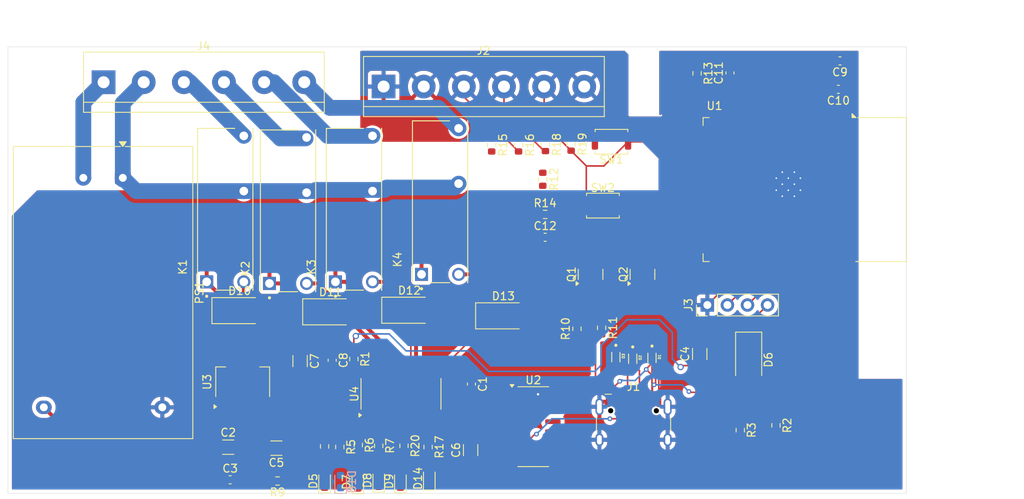
<source format=kicad_pcb>
(kicad_pcb (version 20241229) (generator "pcbnew") (generator_version "9.0")
  (layers (0 "F.Cu" signal) (2 "B.Cu" signal) (13 "F.Paste" user) (15 "B.Paste" user) (5 "F.SilkS" user "F.Silkscreen") (7 "B.SilkS" user "B.Silkscreen") (1 "F.Mask" user) (3 "B.Mask" user) (25 "Edge.Cuts" user))
  (net 0 "")
  (net 1 "RELAY_5V")
  (net 2 "EXTRA{slash}IO17")
  (net 3 "+5V")
  (net 4 "Net-(U3-VI)")
  (net 5 "Net-(U2-V3)")
  (net 6 "+3V3")
  (net 7 "ESP_3V3")
  (net 8 "Net-(C11-Pad1)")
  (net 9 "Net-(C12-Pad1)")
  (net 10 "VBUS")
  (net 11 "D+")
  (net 12 "D-")
  (net 13 "Net-(D5-A)")
  (net 14 "Net-(D7-A)")
  (net 15 "RELAY_2")
  (net 16 "Net-(D8-A)")
  (net 17 "RELAY_3")
  (net 18 "RELAY_4")
  (net 19 "Net-(D9-A)")
  (net 20 "RELAY_5")
  (net 21 "RELAY_1")
  (net 22 "Net-(D14-A)")
  (net 23 "Net-(D18-A)")
  (net 24 "Net-(J1-CC2)")
  (net 25 "Net-(J1-CC1)")
  (net 28 "SCL")
  (net 29 "SDA")
  (net 30 "Net-(J4-Pin_6)")
  (net 31 "Net-(J4-Pin_4)")
  (net 32 "Net-(J4-Pin_3)")
  (net 33 "N")
  (net 34 "P")
  (net 35 "Net-(J4-Pin_5)")
  (net 36 "Net-(Q1-B)")
  (net 37 "RTS")
  (net 38 "EN")
  (net 39 "Net-(Q2-B)")
  (net 40 "1OO")
  (net 41 "DTR")
  (net 42 "LED{slash}IO2")
  (net 43 "RXD")
  (net 44 "SIG_3{slash}I019")
  (net 47 "SIG_7{slash}I023")
  (net 49 "SWITCH_3{slash}IO27")
  (net 56 "SIG_4{slash}I018")
  (net 60 "TXD")
  (net 66 "SWITCH_4{slash}IO14")
  (net 67 "SIG_1{slash}I025")
  (net 68 "SWITCH_2{slash}IO12")
  (net 72 "+3.3V")
  (footprint "Diode_SMD:D_SMA" (layer "F.Cu") (at 70.1228 98.2472)
    (property "Reference" "D10")
    (property "Value" "SS14")
  )
  (footprint "Resistor_SMD:R_0603_1608Metric" (layer "F.Cu") (at 84.582 104.3818 -90)
    (property "Reference" "R1")
    (property "Value" "0E")
  )
  (footprint "Resistor_SMD:R_0603_1608Metric" (layer "F.Cu") (at 112.8268 100.5454 90)
    (property "Reference" "R10")
    (property "Value" "10K")
  )
  (footprint "TerminalBlock:TerminalBlock_bornier-6_P5.08mm" (layer "F.Cu") (at 52.9 69.3)
    (property "Reference" "J4")
    (property "Value" "Screw_Terminal_01x06")
  )
  (footprint "Resistor_SMD:R_0603_1608Metric" (layer "F.Cu") (at 115.95 100.425 -90)
    (property "Reference" "R11")
    (property "Value" "10K")
  )
  (footprint "Capacitor_SMD:C_0603_1608Metric" (layer "F.Cu") (at 146.125 66.6 180)
    (property "Reference" "C9")
    (property "Value" "0.1uF")
  )
  (footprint "Package_TO_SOT_SMD:SOT-23" (layer "F.Cu") (at 114.5488 93.6521 90)
    (property "Reference" "Q1")
    (property "Value" "SS8050")
  )
  (footprint "LED_SMD:LED_0603_1608Metric" (layer "F.Cu") (at 90.4748 119.8627 90)
    (property "Reference" "D9")
    (property "Value" "LED")
  )
  (footprint "Capacitor_SMD:C_0603_1608Metric" (layer "F.Cu") (at 108.8 88.95)
    (property "Reference" "C12")
    (property "Value" "0.1uF")
  )
  (footprint "Resistor_SMD:R_0603_1608Metric" (layer "F.Cu") (at 108.8392 77.202 -90)
    (property "Reference" "R18")
    (property "Value" "10K")
  )
  (footprint "Diode_SMD:D_SMA" (layer "F.Cu") (at 134.5692 104.4768 -90)
    (property "Reference" "D6")
    (property "Value" "SS14")
  )
  (footprint "Resistor_SMD:R_0603_1608Metric" (layer "F.Cu") (at 85.1408 115.2774 -90)
    (property "Reference" "R6")
    (property "Value" "2K2")
  )
  (footprint "Capacitor_SMD:C_1206_3216Metric" (layer "F.Cu") (at 128.3716 103.7354 90)
    (property "Reference" "C4")
    (property "Value" "10uF/25V")
  )
  (footprint "Connector_USB:USB_C_Receptacle_HCTL_HC-TYPE-C-16P-01A" (layer "F.Cu") (at 119.9896 113.538)
    (property "Reference" "J1")
    (property "Value" "USB_C_Receptacle_USB2.0_16P")
  )
  (footprint "Resistor_SMD:R_0603_1608Metric" (layer "F.Cu") (at 74.9178 119.8372 180)
    (property "Reference" "R9")
    (property "Value" "OE")
  )
  (footprint "Resistor_SMD:R_0603_1608Metric" (layer "F.Cu") (at 93.98 115.5314 -90)
    (property "Reference" "R17")
    (property "Value" "2K2")
  )
  (footprint "Resistor_SMD:R_0603_1608Metric" (layer "F.Cu") (at 108.8008 86.0544)
    (property "Reference" "R14")
    (property "Value" "10K")
  )
  (footprint "Capacitor_SMD:C_1206_3216Metric" (layer "F.Cu") (at 77.7748 104.6462 -90)
    (property "Reference" "C7")
    (property "Value" "10uF")
  )
  (footprint "LED_SMD:LED_0603_1608Metric" (layer "F.Cu") (at 80.8736 119.8627 90)
    (property "Reference" "D5")
    (property "Value" "LED")
  )
  (footprint "H:RELAY_HF46F_005-HS1" (layer "F.Cu") (at 68.3 85.4 90)
    (property "Reference" "K1")
    (property "Value" "HF46F_005-HS1")
  )
  (footprint "LES:TVS_LESD5D5.0CT1G" (layer "F.Cu") (at 119.888 104.3436 -90)
    (property "Reference" "D2")
    (property "Value" "LESD5D5.0CT1G" (hide yes))
  )
  (footprint "TerminalBlock:TerminalBlock_bornier-6_P5.08mm" (layer "F.Cu") (at 88.35 69.85)
    (property "Reference" "J2")
    (property "Value" "Screw_Terminal_01x06")
  )
  (footprint "Capacitor_SMD:C_1206_3216Metric" (layer "F.Cu") (at 68.675 115.55)
    (property "Reference" "C2")
    (property "Value" "10uF")
  )
  (footprint "Package_TO_SOT_SMD:SOT-223-3_TabPin2" (layer "F.Cu") (at 70.5104 107.2896 90)
    (property "Reference" "U3")
    (property "Value" "AMS1117-3.3")
  )
  (footprint "Button_Switch_SMD:SW_Push_SPST_NO_Alps_SKRK" (layer "F.Cu") (at 117.2 76.85 180)
    (property "Reference" "SW1")
    (property "Value" "SW_Push")
  )
  (footprint "Package_SO:SOIC-16_3.9x9.9mm_P1.27mm" (layer "F.Cu") (at 90.551 108.7994 90)
    (property "Reference" "U4")
    (property "Value" "ULN2003A")
  )
  (footprint "Resistor_SMD:R_0603_1608Metric" (layer "F.Cu") (at 80.8736 115.4562 -90)
    (property "Reference" "R4" (hide yes))
    (property "Value" "2K2")
  )
  (footprint "Capacitor_SMD:C_0603_1608Metric" (layer "F.Cu") (at 132.2 68.125 90)
    (property "Reference" "C11")
    (property "Value" "0.1uF")
  )
  (footprint "LED_SMD:LED_0603_1608Metric" (layer "F.Cu") (at 85.09 119.9643 90)
    (property "Reference" "D7")
    (property "Value" "LED")
  )
  (footprint "LES:TVS_LESD5D5.0CT1G" (layer "F.Cu") (at 122.3264 104.242 -90)
    (property "Reference" "D1")
    (property "Value" "LESD5D5.0CT1G" (hide yes))
  )
  (footprint "RF_Module:ESP32-WROOM-32" (layer "F.Cu") (at 138.6782 82.9056 -90)
    (property "Reference" "U1")
    (property "Value" "ESP32-WROOM-32")
  )
  (footprint "Resistor_SMD:R_0603_1608Metric" (layer "F.Cu") (at 87.7316 115.379 -90)
    (property "Reference" "R7")
    (property "Value" "2K2")
  )
  (footprint "Diode_SMD:D_SMA" (layer "F.Cu") (at 81.6168 98.3996)
    (property "Reference" "D11")
    (property "Value" "SS14")
  )
  (footprint "Package_SO:SOIC-16_3.9x9.9mm_P1.27mm" (layer "F.Cu") (at 107.3038 112.9538)
    (property "Reference" "U2")
    (property "Value" "CH340C")
  )
  (footprint "Resistor_SMD:R_0603_1608Metric" (layer "F.Cu") (at 112.0904 77.1512 -90)
    (property "Reference" "R19")
    (property "Value" "10K")
  )
  (footprint "Capacitor_SMD:C_0603_1608Metric" (layer "F.Cu") (at 81.8388 104.5334 -90)
    (property "Reference" "C8")
    (property "Value" "0.1uF")
  )
  (footprint "Converter_ACDC:Converter_ACDC_Hi-Link_HLK-PMxx" (layer "F.Cu") (at 55.332 81.4197 -90)
    (property "Reference" "PS1")
    (property "Value" "HLK-PM01")
  )
  (footprint "Resistor_SMD:R_0603_1608Metric" (layer "F.Cu") (at 138.0236 112.7882 -90)
    (property "Reference" "R2")
    (property "Value" "5.1K")
  )
  (footprint "Diode_SMD:D_SMA" (layer "F.Cu") (at 103.5116 98.9076)
    (property "Reference" "D13")
    (property "Value" "SS14")
  )
  (footprint "Capacitor_SMD:C_1206_3216Metric" (layer "F.Cu") (at 74.775 115.6716 180)
    (property "Reference" "C5")
    (property "Value" "10uF")
  )
  (footprint "Button_Switch_SMD:SW_Push_SPST_NO_Alps_SKRK" (layer "F.Cu") (at 116.1116 84.9376)
    (property "Reference" "SW2")
    (property "Value" "SW_Push")
  )
  (footprint "LED_SMD:LED_0603_1608Metric" (layer "F.Cu") (at 87.7316 119.7611 90)
    (property "Reference" "D8")
    (property "Value" "LED")
  )
  (footprint "Resistor_SMD:R_0603_1608Metric" (layer "F.Cu") (at 82.804 115.5314 -90)
    (property "Reference" "R5")
    (property "Value" "2K2" (hide yes))
  )
  (footprint "LES:TVS_LESD5D5.0CT1G" (layer "F.Cu") (at 117.7544 104.1404 -90)
    (property "Reference" "D3")
    (property "Value" "LESD5D5.0CT1G" (hide yes))
  )
  (footprint "H:RELAY_HF46F_005-HS1" (layer "F.Cu") (at 95.5 84.45 90)
    (property "Reference" "K4")
    (property "Value" "HF46F_005-HS1")
  )
  (footprint "Resistor_SMD:R_0603_1608Metric" (layer "F.Cu") (at 102.032 77.2528 -90)
    (property "Reference" "R15")
    (property "Value" "10K")
  )
  (footprint "LED_SMD:LED_0603_1608Metric" (layer "F.Cu") (at 94.1324 119.5071 90)
    (property "Reference" "D14")
    (property "Value" "LED")
  )
  (footprint "H:RELAY_HF46F_005-HS1" (layer "F.Cu") (at 84.6 85.4 90)
    (property "Reference" "K3")
    (property "Value" "HF46F_005-HS1")
  )
  (footprint "Connector_PinHeader_2.54mm:PinHeader_1x04_P2.54mm_Vertical" (layer "F.Cu") (at 129.3368 97.536 90)
    (property "Reference" "J3")
    (property "Value" "Conn_01x04_Pin")
  )
  (footprint "H:RELAY_HF46F_005-HS1" (layer "F.Cu") (at 76.25 85.6 90)
    (property "Reference" "K2")
    (property "Value" "HF46F_005-HS1")
  )
  (footprint "Package_TO_SOT_SMD:SOT-23" (layer "F.Cu") (at 121.1224 93.6521 90)
    (property "Reference" "Q2")
    (property "Value" "SS8050")
  )
  (footprint "Resistor_SMD:R_0603_1608Metric" (layer "F.Cu") (at 133.5024 113.3978 -90)
    (property "Reference" "R3")
    (property "Value" "5.1K")
  )
  (footprint "Capacitor_SMD:C_0603_1608Metric" (layer "F.Cu") (at 99.4664 107.5566 -90)
    (property "Reference" "C1")
    (property "Value" "0.1uF")
  )
  (footprint "Resistor_SMD:R_0603_1608Metric" (layer "F.Cu") (at 128.0344 68.175 -90)
    (property "Reference" "R13")
    (property "Value" "10K")
  )
  (footprint "Resistor_SMD:R_0603_1608Metric" (layer "F.Cu") (at 105.4356 77.2528 -90)
    (property "Reference" "R16")
    (property "Value" "10K")
  )
  (footprint "Capacitor_SMD:C_1206_3216Metric" (layer "F.Cu") (at 99.3648 115.9274 90)
    (property "Reference" "C6")
    (property "Value" "10nF")
  )
  (footprint "Capacitor_SMD:C_0603_1608Metric" (layer "F.Cu") (at 68.9226 119.6848)
    (property "Reference" "C3")
    (property "Value" "0.1uF" (hide yes))
  )
  (footprint "Diode_SMD:D_SMA" (layer "F.Cu") (at 91.6244 98.1964)
    (property "Reference" "D12")
    (property "Value" "SS14")
  )
  (footprint "Resistor_SMD:R_0603_1608Metric" (layer "F.Cu") (at 90.932 115.379 -90)
    (property "Reference" "R20")
    (property "Value" "2K2")
  )
  (footprint "Capacitor_SMD:C_0603_1608Metric" (layer "F.Cu") (at 145.925 70.2 180)
    (property "Reference" "C10")
    (property "Value" "0.1uF")
  )
  (footprint "Resistor_SMD:R_0603_1608Metric" (layer "F.Cu") (at 108.5 81.6 -90)
    (property "Reference" "R12")
    (property "Value" "0E")
  )
  (footprint "LED_SMD:LED_0603_1608Metric" (layer "B.Cu") (at 82.9056 119.9135 90)
    (property "Reference" "D18")
    (property "Value" "LED")
  )
  (gr_rect (start 40.7924 64.8208) (end 154.5336 121.412) (stroke (width 0.05)) (fill no) (layer "Edge.Cuts"))
  (segment (start 110.326 89.226) (end 110.326 88.95) (width 0.2) (layer "F.Cu") (net 0))
  (segment (start 110.4 89.3) (end 110.326 89.226) (width 0.2) (layer "F.Cu") (net 0))
  (segment (start 144.7 67.25) (end 145.35 66.6) (width 0.2) (layer "F.Cu") (net 2))
  (segment (start 129.3368 97.536) (end 134.2282 92.6446) (width 0.2) (layer "F.Cu") (net 2))
  (segment (start 137.414 114.2228) (end 138.0236 113.6132) (width 0.2) (layer "F.Cu") (net 2))
  (segment (start 98.51 71.1522) (end 105.4356 78.0778) (width 0.2) (layer "F.Cu") (net 2))
  (segment (start 116.1496 110.433) (end 116.7896 109.793) (width 0.2) (layer "F.Cu") (net 2))
  (segment (start 73.3 115.6716) (end 77.7748 111.1968) (width 0.5) (layer "F.Cu") (net 2))
  (segment (start 115.6696 114.613) (end 115.6696 110.433) (width 0.2) (layer "F.Cu") (net 2))
  (segment (start 146.9282 74.1556) (end 146.9282 71.9782) (width 0.2) (layer "F.Cu") (net 2))
  (segment (start 68.1503 110.4997) (end 68.2104 110.4396) (width 0.2) (layer "F.Cu") (net 2))
  (segment (start 98.174 114.4524) (end 94.996 111.2744) (width 0.2) (layer "F.Cu") (net 2))
  (segment (start 129.3368 97.536) (end 129.3368 101.2952) (width 0.2) (layer "F.Cu") (net 2))
  (segment (start 77.7748 111.1968) (end 77.7748 106.1212) (width 0.5) (layer "F.Cu") (net 2))
  (segment (start 144.6 67.35) (end 144.7 67.25) (width 0.2) (layer "F.Cu") (net 2))
  (segment (start 70.15 115.55) (end 70.15 112.3792) (width 0.5) (layer "F.Cu") (net 2))
  (segment (start 127.05 103.582) (end 128.3716 102.2604) (width 0.2) (layer "F.Cu") (net 2))
  (segment (start 114.0116 79.9116) (end 114.0116 84.9376) (width 0.2) (layer "F.Cu") (net 2))
  (segment (start 108.67 74.5558) (end 112.0904 77.9762) (width 0.2) (layer "F.Cu") (net 2))
  (segment (start 146.9282 71.9782) (end 145.15 70.2) (width 0.2) (layer "F.Cu") (net 2))
  (segment (start 133.5024 114.2228) (end 137.414 114.2228) (width 0.2) (layer "F.Cu") (net 2))
  (segment (start 122.3264 103.582) (end 127.05 103.582) (width 0.2) (layer "F.Cu") (net 2))
  (segment (start 103.59 72.94) (end 108.677 78.027) (width 0.2) (layer "F.Cu") (net 2))
  (segment (start 97.9388 108.3316) (end 99.4664 108.3316) (width 0.2) (layer "F.Cu") (net 2))
  (segment (start 103.59 69.85) (end 103.59 72.94) (width 0.2) (layer "F.Cu") (net 2))
  (segment (start 107.3588 108.5088) (end 107.75 108.9) (width 0.2) (layer "F.Cu") (net 2))
  (segment (start 124.3096 114.613) (end 133.1122 114.613) (width 0.2) (layer "F.Cu") (net 2))
  (segment (start 69.6976 119.6848) (end 69.6976 116.0024) (width 0.5) (layer "F.Cu") (net 2))
  (segment (start 123.1896 104.4452) (end 122.3264 103.582) (width 0.2) (layer "F.Cu") (net 2))
  (segment (start 109.575 88.95) (end 113.5874 84.9376) (width 0.2) (layer "F.Cu") (net 2))
  (segment (start 60.332 110.4997) (end 68.1503 110.4997) (width 0.2) (layer "F.Cu") (net 2))
  (segment (start 104.8288 108.5088) (end 107.3588 108.5088) (width 0.2) (layer "F.Cu") (net 2))
  (segment (start 116.7896 104.4452) (end 117.7544 103.4804) (width 0.2) (layer "F.Cu") (net 2))
  (segment (start 113.5874 84.9376) (end 114.0116 84.9376) (width 0.2) (layer "F.Cu") (net 2))
  (segment (start 114.0116 79.9116) (end 116.2384 79.9116) (width 0.2) (layer "F.Cu") (net 2))
  (segment (start 145.15 70.2) (end 145.15 67.7) (width 0.2) (layer "F.Cu") (net 2))
  (segment (start 112.0904 77.9762) (end 112.0904 77.9904) (width 0.2) (layer "F.Cu") (net 2))
  (segment (start 134.2282 92.6446) (end 134.2282 91.6556) (width 0.2) (layer "F.Cu") (net 2))
  (segment (start 107.85 108.9) (end 107.9 108.85) (width 0.2) (layer "F.Cu") (net 2))
  (segment (start 124.3096 110.433) (end 124.3096 114.613) (width 0.2) (layer "F.Cu") (net 2))
  (segment (start 115.6696 110.433) (end 116.1496 110.433) (width 0.2) (layer "F.Cu") (net 2))
  (segment (start 99.4664 108.3316) (end 104.6516 108.3316) (width 0.2) (layer "F.Cu") (net 2))
  (segment (start 108.677 78.027) (end 108.8392 78.027) (width 0.2) (layer "F.Cu") (net 2))
  (segment (start 145.15 67.7) (end 144.7 67.25) (width 0.2) (layer "F.Cu") (net 2))
  (segment (start 122.3264 103.582) (end 119.9896 103.582) (width 0.2) (layer "F.Cu") (net 2))
  (segment (start 107.75 108.9) (end 107.85 108.9) (width 0.2) (layer "F.Cu") (net 2))
  (segment (start 119.3 76.85) (end 128.8226 76.85) (width 0.2) (layer "F.Cu") (net 2))
  (segment (start 123.1896 109.793) (end 123.1896 104.4452) (width 0.2) (layer "F.Cu") (net 2))
  (segment (start 70.15 115.55) (end 73.1784 115.55) (width 0.5) (layer "F.Cu") (net 2))
  (segment (start 69.6976 116.0024) (end 70.15 115.55) (width 0.5) (layer "F.Cu") (net 2))
  (segment (start 129.3368 101.2952) (end 128.3716 102.2604) (width 0.2) (layer "F.Cu") (net 2))
  (segment (start 108.67 69.85) (end 108.67 74.5558) (width 0.2) (layer "F.Cu") (net 2))
  (segment (start 112.0904 77.9904) (end 114.0116 79.9116) (width 0.2) (layer "F.Cu") (net 2))
  (segment (start 73.1784 115.55) (end 73.3 115.6716) (width 0.5) (layer "F.Cu") (net 2))
  (segment (start 119.9896 103.582) (end 119.888 103.6836) (width 0.2) (layer "F.Cu") (net 2))
  (segment (start 99.3648 114.4524) (end 98.174 114.4524) (width 0.2) (layer "F.Cu") (net 2))
  (segment (start 132.2 67.35) (end 144.6 67.35) (width 0.2) (layer "F.Cu") (net 2))
  (segment (start 94.996 111.2744) (end 97.9388 108.3316) (width 0.2) (layer "F.Cu") (net 2))
  (segment (start 128.8226 76.85) (end 129.1682 77.1956) (width 0.2) (layer "F.Cu") (net 2))
  (segment (start 70.15 112.3792) (end 68.2104 110.4396) (width 0.5) (layer "F.Cu") (net 2))
  (segment (start 104.6516 108.3316) (end 104.8288 108.5088) (width 0.2) (layer "F.Cu") (net 2))
  (segment (start 119.6848 103.4804) (end 119.888 103.6836) (width 0.2) (layer "F.Cu") (net 2))
  (segment (start 98.51 69.85) (end 98.51 71.1522) (width 0.2) (layer "F.Cu") (net 2))
  (segment (start 99.3648 114.4524) (end 99.3648 115.0622) (width 0.2) (layer "F.Cu") (net 2))
  (segment (start 116.2384 79.9116) (end 119.3 76.85) (width 0.2) (layer "F.Cu") (net 2))
  (segment (start 99.3648 115.0622) (end 94.1324 120.2946) (width 0.2) (layer "F.Cu") (net 2))
  (segment (start 117.7544 103.4804) (end 119.6848 103.4804) (width 0.2) (layer "F.Cu") (net 2))
  (segment (start 133.1122 114.613) (end 133.5024 114.2228) (width 0.2) (layer "F.Cu") (net 2))
  (segment (start 116.7896 109.793) (end 116.7896 104.4452) (width 0.2) (layer "F.Cu") (net 2))
  (via (at 107.9 108.85) (size 0.6) (drill 0.3) (layers "F.Cu" "B.Cu") (net 2))
  (segment (start 109.483 110.433) (end 115.6696 110.433) (width 0.2) (layer "B.Cu") (net 2))
  (segment (start 107.9 108.85) (end 109.483 110.433) (width 0.2) (layer "B.Cu") (net 2))
  (segment (start 68.1476 116.4976) (end 67.2 115.55) (width 0.5) (layer "F.Cu") (net 3))
  (segment (start 80.8736 114.6312) (end 82.7648 112.74) (width 0.5) (layer "F.Cu") (net 3))
  (segment (start 126.0604 105.2104) (end 126.05 105.2) (width 0.2) (layer "F.Cu") (net 3))
  (segment (start 134.5692 99.9236) (end 134.5692 102.4768) (width 0.2) (layer "F.Cu") (net 3))
  (segment (start 128.3716 105.2104) (end 131.8356 105.2104) (width 0.2) (layer "F.Cu") (net 3))
  (segment (start 84.582 101.717999) (end 84.582 103.5568) (width 0.2) (layer "F.Cu") (net 3))
  (segment (start 75.7428 119.762) (end 80.8736 114.6312) (width 0.5) (layer "F.Cu") (net 3))
  (segment (start 126.05 105.2) (end 125.95 105.3) (width 0.2) (layer "F.Cu") (net 3))
  (segment (start 84.832258 101.467741) (end 84.582 101.717999) (width 0.2) (layer "F.Cu") (net 3))
  (segment (start 75.7428 119.8372) (end 75.7428 119.762) (width 0.5) (layer "F.Cu") (net 3))
  (segment (start 136.9568 97.536) (end 134.5692 99.9236) (width 0.2) (layer "F.Cu") (net 3))
  (segment (start 128.3716 105.2104) (end 126.0604 105.2104) (width 0.2) (layer "F.Cu") (net 3))
  (segment (start 68.1476 119.6848) (end 68.1476 116.4976) (width 0.5) (layer "F.Cu") (net 3))
  (segment (start 82.7648 112.74) (end 82.7648 105.374) (width 0.5) (layer "F.Cu") (net 3))
  (segment (start 125.95 105.3) (end 125.95 105.4) (width 0.2) (layer "F.Cu") (net 3))
  (segment (start 50.3823 115.55) (end 67.2 115.55) (width 0.5) (layer "F.Cu") (net 3))
  (segment (start 82.7648 105.374) (end 84.582 103.5568) (width 0.5) (layer "F.Cu") (net 3))
  (segment (start 45.332 110.4997) (end 50.3823 115.55) (width 0.5) (layer "F.Cu") (net 3))
  (segment (start 131.8356 105.2104) (end 134.5692 102.4768) (width 0.2) (layer "F.Cu") (net 3))
  (via (at 84.832258 101.467741) (size 0.8) (drill 0.5) (layers "F.Cu" "B.Cu") (net 3))
  (via (at 125.95 105.4) (size 0.8) (drill 0.5) (layers "F.Cu" "B.Cu") (net 3))
  (segment (start 115.9 102.65) (end 115.9 105.15) (width 0.2) (layer "B.Cu") (net 3))
  (segment (start 84.9 101.399999) (end 84.832258 101.467741) (width 0.2) (layer "B.Cu") (net 3))
  (segment (start 125.95 105.4) (end 124.9 104.35) (width 0.2) (layer "B.Cu") (net 3))
  (segment (start 99.05 103.35) (end 91.2 103.35) (width 0.2) (layer "B.Cu") (net 3))
  (segment (start 84.9 101.2) (end 84.9 101.399999) (width 0.2) (layer "B.Cu") (net 3))
  (segment (start 124.9 101) (end 123.3 99.4) (width 0.2) (layer "B.Cu") (net 3))
  (segment (start 119.15 99.4) (end 115.9 102.65) (width 0.2) (layer "B.Cu") (net 3))
  (segment (start 91.2 103.35) (end 89.05 101.2) (width 0.2) (layer "B.Cu") (net 3))
  (segment (start 89.05 101.2) (end 84.9 101.2) (width 0.2) (layer "B.Cu") (net 3))
  (segment (start 115.9 105.15) (end 115.1 105.95) (width 0.2) (layer "B.Cu") (net 3))
  (segment (start 124.9 104.35) (end 124.9 101) (width 0.2) (layer "B.Cu") (net 3))
  (segment (start 101.65 105.95) (end 99.05 103.35) (width 0.2) (layer "B.Cu") (net 3))
  (segment (start 123.3 99.4) (end 119.15 99.4) (width 0.2) (layer "B.Cu") (net 3))
  (segment (start 115.1 105.95) (end 101.65 105.95) (width 0.2) (layer "B.Cu") (net 3))
  (segment (start 76.25 117.68) (end 74.0928 119.8372) (width 0.5) (layer "F.Cu") (net 4))
  (segment (start 76.25 115.6716) (end 76.25 117.68) (width 0.5) (layer "F.Cu") (net 4))
  (segment (start 109.6258 86.0544) (end 109.6258 87.3492) (width 0.2) (layer "F.Cu") (net 9))
  (segment (start 109.6258 87.3492) (end 108.025 88.95) (width 0.2) (layer "F.Cu") (net 9))
  (segment (start 122.3264 109.7298) (end 122.3896 109.793) (width 0.2) (layer "F.Cu") (net 10))
  (segment (start 127.1 108.6) (end 127 108.5) (width 0.2) (layer "F.Cu") (net 10))
  (segment (start 132.446 108.6) (end 131.95 108.6) (width 0.2) (layer "F.Cu") (net 10))
  (segment (start 122.3896 107.85) (end 122.3896 109.793) (width 0.2) (layer "F.Cu") (net 10))
  (segment (start 134.5692 106.4768) (end 132.446 108.6) (width 0.2) (layer "F.Cu") (net 10))
  (segment (start 122.3264 104.902) (end 121.6 105.6284) (width 0.2) (layer "F.Cu") (net 10))
  (segment (start 121.6 105.6284) (end 121.6 105.7) (width 0.2) (layer "F.Cu") (net 10))
  (segment (start 127 108.5) (end 126.95 108.55) (width 0.2) (layer "F.Cu") (net 10))
  (segment (start 117.5896 107.8604) (end 117.5896 109.793) (width 0.2) (layer "F.Cu") (net 10))
  (segment (start 122.5896 107.65) (end 122.7886 107.451) (width 0.2) (layer "F.Cu") (net 10))
  (segment (start 122.7886 107.451) (end 122.7886 106.8886) (width 0.2) (layer "F.Cu") (net 10))
  (segment (start 118.25 107.2) (end 117.5896 107.8604) (width 0.2) (layer "F.Cu") (net 10))
  (segment (start 122.7886 106.8886) (end 121.6 105.7) (width 0.2) (layer "F.Cu") (net 10))
  (segment (start 122.5896 107.65) (end 122.3896 107.85) (width 0.2) (layer "F.Cu") (net 10))
  (segment (start 121.6 105.7) (end 121.6 105.65) (width 0.2) (layer "F.Cu") (net 10))
  (segment (start 131.95 108.6) (end 127.1 108.6) (width 0.2) (layer "F.Cu") (net 10))
  (segment (start 122.3264 104.902) (end 122.3264 109.7298) (width 0.2) (layer "F.Cu") (net 10))
  (via (at 127 108.5) (size 0.6) (drill 0.3) (layers "F.Cu" "B.Cu") (net 10))
  (via (at 118.25 107.2) (size 0.6) (drill 0.3) (layers "F.Cu" "B.Cu") (net 10))
  (via (at 122.5896 107.65) (size 0.6) (drill 0.3) (layers "F.Cu" "B.Cu") (net 10))
  (via (at 121.6 105.7) (size 0.6) (drill 0.3) (layers "F.Cu" "B.Cu") (net 10))
  (segment (start 127 108.5) (end 126.15 107.65) (width 0.2) (layer "B.Cu") (net 10))
  (segment (start 118.55 107.05) (end 118.4 107.05) (width 0.2) (layer "B.Cu") (net 10))
  (segment (start 120.2 107.1) (end 118.6 107.1) (width 0.2) (layer "B.Cu") (net 10))
  (segment (start 118.4 107.05) (end 118.25 107.2) (width 0.2) (layer "B.Cu") (net 10))
  (segment (start 126.15 107.65) (end 122.5896 107.65) (width 0.2) (layer "B.Cu") (net 10))
  (segment (start 121.6 105.7) (end 120.2 107.1) (width 0.2) (layer "B.Cu") (net 10))
  (segment (start 118.6 107.1) (end 118.55 107.05) (width 0.2) (layer "B.Cu") (net 10))
  (segment (start 119.888 105.0036) (end 120.7396 105.8552) (width 0.2) (layer "F.Cu") (net 11))
  (segment (start 120.7396 105.8552) (end 120.7396 109.793) (width 0.2) (layer "F.Cu") (net 11))
  (segment (start 117.766424 111.95) (end 119.2396 110.476824) (width 0.2) (layer "F.Cu") (net 12))
  (segment (start 104.8288 114.8588) (end 106.5412 114.8588) (width 0.2) (layer "F.Cu") (net 12))
  (segment (start 119.2396 106.2856) (end 119.2396 109.793) (width 0.2) (layer "F.Cu") (net 12))
  (segment (start 119.2396 110.476824) (end 119.2396 109.793) (width 0.2) (layer "F.Cu") (net 12))
  (segment (start 107.55 113.85) (end 107.6 113.9) (width 0.2) (layer "F.Cu") (net 12))
  (segment (start 117 111.95) (end 117.766424 111.95) (width 0.2) (layer "F.Cu") (net 12))
  (segment (start 117.7544 104.8004) (end 119.2396 106.2856) (width 0.2) (layer "F.Cu") (net 12))
  (segment (start 106.5412 114.8588) (end 107.55 113.85) (width 0.2) (layer "F.Cu") (net 12))
  (segment (start 107.6 113.9) (end 107.7 113.9) (width 0.2) (layer "F.Cu") (net 12))
  (via (at 107.7 113.9) (size 0.6) (drill 0.3) (layers "F.Cu" "B.Cu") (net 12))
  (via (at 117 111.95) (size 0.6) (drill 0.3) (layers "F.Cu" "B.Cu") (net 12))
  (segment (start 107.7 113.9) (end 109.65 111.95) (width 0.2) (layer "B.Cu") (net 12))
  (segment (start 109.65 111.95) (end 117 111.95) (width 0.2) (layer "B.Cu") (net 12))
  (segment (start 80.8736 116.2812) (end 80.8736 119.0752) (width 0.2) (layer "F.Cu") (net 13))
  (segment (start 85.1408 119.126) (end 85.09 119.1768) (width 0.2) (layer "F.Cu") (net 14))
  (segment (start 85.1408 116.1024) (end 85.1408 119.126) (width 0.2) (layer "F.Cu") (net 14))
  (segment (start 91.186 106.3244) (end 91.186 105.349401) (width 0.5) (layer "F.Cu") (net 15))
  (segment (start 78.6 94.8) (end 80.0172 94.8) (width 0.5) (layer "F.Cu") (net 15))
  (segment (start 80.0172 94.8) (end 83.6168 98.3996) (width 0.5) (layer "F.Cu") (net 15))
  (segment (start 91.186 105.349401) (end 84.236199 98.3996) (width 0.5) (layer "F.Cu") (net 15))
  (segment (start 84.236199 98.3996) (end 83.6168 98.3996) (width 0.5) (layer "F.Cu") (net 15))
  (segment (start 87.7316 116.204) (end 87.7316 118.9736) (width 0.2) (layer "F.Cu") (net 16))
  (segment (start 90.028 94.6) (end 93.6244 98.1964) (width 0.5) (layer "F.Cu") (net 17))
  (segment (start 86.95 94.6) (end 90.028 94.6) (width 0.5) (layer "F.Cu") (net 17))
  (segment (start 92.456 106.3244) (end 92.456 99.3648) (width 0.5) (layer "F.Cu") (net 17))
  (segment (start 92.456 99.3648) (end 93.6244 98.1964) (width 0.5) (layer "F.Cu") (net 17))
  (segment (start 105.5116 98.9076) (end 100.254 93.65) (width 0.5) (layer "F.Cu") (net 18))
  (segment (start 100.254 93.65) (end 97.85 93.65) (width 0.5) (layer "F.Cu") (net 18))
  (segment (start 90.932 118.618) (end 90.4748 119.0752) (width 0.2) (layer "F.Cu") (net 19))
  (segment (start 90.932 116.204) (end 90.932 118.618) (width 0.2) (layer "F.Cu") (net 19))
  (segment (start 93.15 91.35) (end 91.45 89.65) (width 0.5) (layer "F.Cu") (net 20))
  (segment (start 76.0172 94.8) (end 79.6168 98.3996) (width 0.5) (layer "F.Cu") (net 20))
  (segment (start 67.05 90.5) (end 72.5 90.5) (width 0.5) (layer "F.Cu") (net 20))
  (segment (start 83.575 94.6) (end 87.1714 98.1964) (width 0.5) (layer "F.Cu") (net 20))
  (segment (start 92.115032 107.6004) (end 91.8 107.285368) (width 0.2) (layer "F.Cu") (net 20))
  (segment (start 82.25 91.95) (end 82.25 91.7) (width 0.5) (layer "F.Cu") (net 20))
  (segment (start 94.996 106.3244) (end 101.5116 99.8088) (width 0.2) (layer "F.Cu") (net 20))
  (segment (start 75.5 90.15) (end 73.825 91.825) (width 0.5) (layer "F.Cu") (net 20))
  (segment (start 82.25 94.6) (end 82.25 91.95) (width 0.5) (layer "F.Cu") (net 20))
  (segment (start 82.25 91.55) (end 82.25 91.95) (width 0.5) (layer "F.Cu") (net 20))
  (segment (start 68.1228 98.2472) (end 68.1228 96.7728) (width 0.5) (layer "F.Cu") (net 20))
  (segment (start 68.1228 96.7728) (end 65.95 94.6) (width 0.5) (layer "F.Cu") (net 20))
  (segment (start 94.996 106.3244) (end 94.996 107.299399) (width 0.2) (layer "F.Cu") (net 20))
  (segment (start 65.95 91.6) (end 67.05 90.5) (width 0.5) (layer "F.Cu") (net 20))
  (segment (start 91.8 107.285368) (end 91.8 100.372) (width 0.2) (layer "F.Cu") (net 20))
  (segment (start 80.7 90.15) (end 75.5 90.15) (width 0.5) (layer "F.Cu") (net 20))
  (segment (start 84.15 89.65) (end 82.25 91.55) (width 0.5) (layer "F.Cu") (net 20))
  (segment (start 101.5116 99.8088) (end 101.5116 98.9076) (width 0.2) (layer "F.Cu") (net 20))
  (segment (start 73.9 94.8) (end 76.0172 94.8) (width 0.5) (layer "F.Cu") (net 20))
  (segment (start 82.25 91.7) (end 80.7 90.15) (width 0.5) (layer "F.Cu") (net 20))
  (segment (start 82.25 94.6) (end 83.575 94.6) (width 0.5) (layer "F.Cu") (net 20))
  (segment (start 91.45 89.65) (end 84.15 89.65) (width 0.5) (layer "F.Cu") (net 20))
  (segment (start 93.057 109.238399) (end 94.996 107.299399) (width 0.2) (layer "F.Cu") (net 20))
  (segment (start 65.95 94.6) (end 65.95 91.6) (width 0.5) (layer "F.Cu") (net 20))
  (segment (start 73.825 91.825) (end 73.9 91.9) (width 0.5) (layer "F.Cu") (net 20))
  (segment (start 94.694999 107.6004) (end 92.115032 107.6004) (width 0.2) (layer "F.Cu") (net 20))
  (segment (start 91.8 100.372) (end 89.6244 98.1964) (width 0.2) (layer "F.Cu") (net 20))
  (segment (start 72.5 90.5) (end 73.825 91.825) (width 0.5) (layer "F.Cu") (net 20))
  (segment (start 90.932 114.554) (end 93.057 112.429) (width 0.2) (layer "F.Cu") (net 20))
  (segment (start 93.15 93.65) (end 93.15 91.35) (width 0.5) (layer "F.Cu") (net 20))
  (segment (start 94.996 107.299399) (end 94.694999 107.6004) (width 0.2) (layer "F.Cu") (net 20))
  (segment (start 87.1714 98.1964) (end 89.6244 98.1964) (width 0.5) (layer "F.Cu") (net 20))
  (segment (start 73.9 91.9) (end 73.9 94.8) (width 0.5) (layer "F.Cu") (net 20))
  (segment (start 93.057 112.429) (end 93.057 109.238399) (width 0.2) (layer "F.Cu") (net 20))
  (segment (start 70.65 94.6) (end 70.65 96.7744) (width 0.5) (layer "F.Cu") (net 21))
  (segment (start 72.1228 98.2472) (end 73.6262 99.7506) (width 0.5) (layer "F.Cu") (net 21))
  (segment (start 70.65 96.7744) (end 72.1228 98.2472) (width 0.5) (layer "F.Cu") (net 21))
  (segment (start 89.916 105.349401) (end 89.916 106.3244) (width 0.5) (layer "F.Cu") (net 21))
  (segment (start 84.317199 99.7506) (end 89.916 105.349401) (width 0.5) (layer "F.Cu") (net 21))
  (segment (start 73.6262 99.7506) (end 84.317199 99.7506) (width 0.5) (layer "F.Cu") (net 21))
  (segment (start 93.98 118.5672) (end 94.1324 118.7196) (width 0.2) (layer "F.Cu") (net 22))
  (segment (start 93.98 116.3564) (end 93.98 118.5672) (width 0.2) (layer "F.Cu") (net 22))
  (segment (start 134.4168 97.536) (end 138.8452 93.1076) (width 0.2) (layer "F.Cu") (net 28))
  (segment (start 138.8452 93.1076) (end 143.4682 93.1076) (width 0.2) (layer "F.Cu") (net 28))
  (segment (start 143.4682 93.1076) (end 144.3882 92.1876) (width 0.2) (layer "F.Cu") (net 28))
  (segment (start 144.3882 92.1876) (end 144.3882 91.6556) (width 0.2) (layer "F.Cu") (net 28))
  (segment (start 140.5782 92.6056) (end 140.5782 91.6556) (width 0.2) (layer "F.Cu") (net 29))
  (segment (start 131.8768 97.536) (end 136.7062 92.7066) (width 0.2) (layer "F.Cu") (net 29))
  (segment (start 140.4772 92.7066) (end 140.5782 92.6056) (width 0.2) (layer "F.Cu") (net 29))
  (segment (start 136.7062 92.7066) (end 140.4772 92.7066) (width 0.2) (layer "F.Cu") (net 29))
  (segment (start 81.551 72.551) (end 95.251 72.551) (width 2) (layer "B.Cu") (net 30))
  (segment (start 95.251 72.551) (end 97.85 75.15) (width 2) (layer "B.Cu") (net 30))
  (segment (start 78.3 69.3) (end 81.551 72.551) (width 2) (layer "B.Cu") (net 30))
  (segment (start 68.14 69.3) (end 68.2 69.3) (width 2) (layer "B.Cu") (net 31))
  (segment (start 75.263744 76.423744) (end 78.476257 76.423744) (width 2) (layer "B.Cu") (net 31))
  (segment (start 68.14 69.3) (end 75.263744 76.423744) (width 2) (layer "B.Cu") (net 31))
  (segment (start 63.06 69.3) (end 63.85 69.3) (width 2) (layer "B.Cu") (net 32))
  (segment (start 63.85 69.3) (end 70.65 76.1) (width 2) (layer "B.Cu") (net 32))
  (segment (start 50.332 71.868) (end 52.9 69.3) (width 2) (layer "B.Cu") (net 33))
  (segment (start 50.332 81.4197) (end 50.332 71.868) (width 2) (layer "B.Cu") (net 33))
  (segment (start 57.0123 83.1) (end 55.332 81.4197) (width 2) (layer "B.Cu") (net 34))
  (segment (start 88.75 82.65) (end 97.35 82.65) (width 2) (layer "B.Cu") (net 34))
  (segment (start 55.332 81.4197) (end 55.332 81.632) (width 2) (layer "B.Cu") (net 34))
  (segment (start 55.332 71.948) (end 57.98 69.3) (width 2) (layer "B.Cu") (net 34))
  (segment (start 97.35 82.65) (end 97.85 82.15) (width 2) (layer "B.Cu") (net 34))
  (segment (start 88.45 82.95) (end 88.75 82.65) (width 2) (layer "B.Cu") (net 34))
  (segment (start 70.65 83.1) (end 57.0123 83.1) (width 2) (layer "B.Cu") (net 34))
  (segment (start 79.8 82.95) (end 88.45 82.95) (width 2) (layer "B.Cu") (net 34))
  (segment (start 79.65 83.1) (end 79.8 82.95) (width 2) (layer "B.Cu") (net 34))
  (segment (start 55.332 81.4197) (end 55.332 71.948) (width 2) (layer "B.Cu") (net 34))
  (segment (start 70.65 83.1) (end 79.65 83.1) (width 2) (layer "B.Cu") (net 34))
  (segment (start 86.95 76.1) (end 81.265197 76.1) (width 2) (layer "B.Cu") (net 35))
  (segment (start 81.265197 76.1) (end 74.465197 69.3) (width 2) (layer "B.Cu") (net 35))
  (segment (start 74.465197 69.3) (end 73.22 69.3) (width 2) (layer "B.Cu") (net 35))
  (segment (start 113.5988 94.5896) (end 113.5988 98.9484) (width 0.2) (layer "F.Cu") (net 36))
  (segment (start 113.5988 98.9484) (end 112.8268 99.7204) (width 0.2) (layer "F.Cu") (net 36))
  (segment (start 115.4988 99.1488) (end 115.95 99.6) (width 0.2) (layer "F.Cu") (net 37))
  (segment (start 115.95 99.6) (end 115.174 100.376) (width 0.2) (layer "F.Cu") (net 37))
  (segment (start 115.4988 94.5896) (end 115.4988 99.1488) (width 0.2) (layer "F.Cu") (net 37))
  (segment (start 110.753799 111.0488) (end 109.7788 111.0488) (width 0.2) (layer "F.Cu") (net 37))
  (segment (start 115.174 106.628599) (end 110.753799 111.0488) (width 0.2) (layer "F.Cu") (net 37))
  (segment (start 115.174 100.376) (end 115.174 106.628599) (width 0.2) (layer "F.Cu") (net 37))
  (zone (net 2) (net_name "EXTRA{slash}IO17") (layers "F.Cu" "B.Cu") (connect_pads (clearance 0.5)) (min_thickness 0.25) (fill yes (thermal_gap 0.5) (thermal_bridge_width 0.5))
    (polygon (pts (xy 123.25 73.65) (xy 123.25 65.1) (xy 153.55 65.1) (xy 154.4 65.95) (xy 154.4 121.1) (xy 154.05 121.45) (xy 41 121.45) (xy 40.65 121.1) (xy 40.65 86.85) (xy 44.5 83) (xy 123.15 83) (xy 123.15 78.95) (xy 121.05 76.85) (xy 85.95 76.85) (xy 85.4 76.3) (xy 85.4 64.65) (xy 118.2 64.65) (xy 119.35 65.8) (xy 119.35 73.55) (xy 119.45 73.65) (xy 123.5 73.65) (xy 123.6 73.55) (xy 123.6 72.3) (xy 123.6 73.3)))
  )
)
</source>
